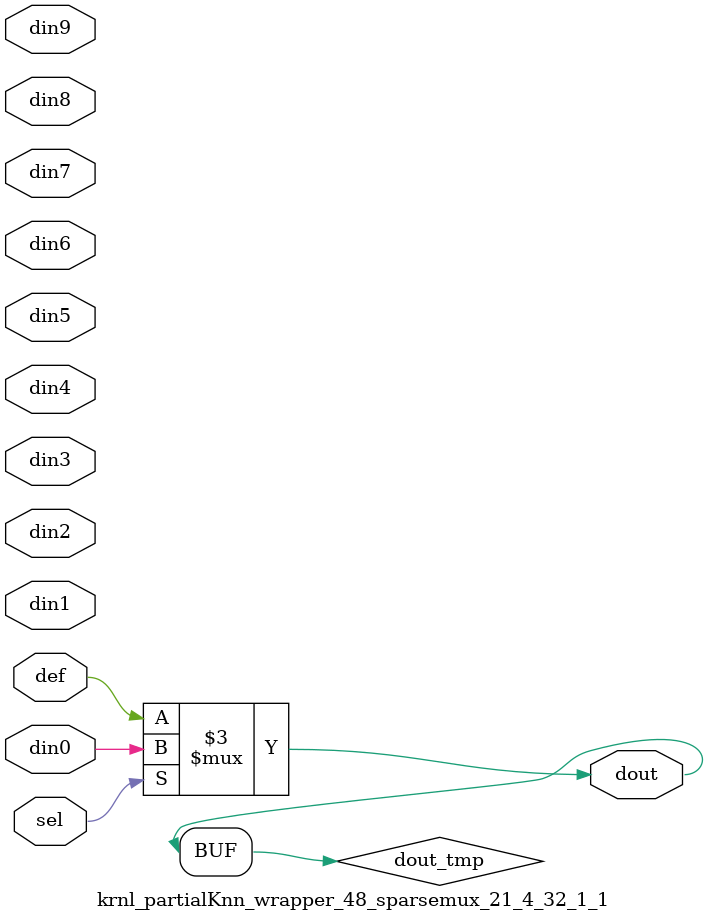
<source format=v>
`timescale 1ns / 1ps

module krnl_partialKnn_wrapper_48_sparsemux_21_4_32_1_1 (din0,din1,din2,din3,din4,din5,din6,din7,din8,din9,def,sel,dout);

parameter din0_WIDTH = 1;

parameter din1_WIDTH = 1;

parameter din2_WIDTH = 1;

parameter din3_WIDTH = 1;

parameter din4_WIDTH = 1;

parameter din5_WIDTH = 1;

parameter din6_WIDTH = 1;

parameter din7_WIDTH = 1;

parameter din8_WIDTH = 1;

parameter din9_WIDTH = 1;

parameter def_WIDTH = 1;
parameter sel_WIDTH = 1;
parameter dout_WIDTH = 1;

parameter [sel_WIDTH-1:0] CASE0 = 1;

parameter [sel_WIDTH-1:0] CASE1 = 1;

parameter [sel_WIDTH-1:0] CASE2 = 1;

parameter [sel_WIDTH-1:0] CASE3 = 1;

parameter [sel_WIDTH-1:0] CASE4 = 1;

parameter [sel_WIDTH-1:0] CASE5 = 1;

parameter [sel_WIDTH-1:0] CASE6 = 1;

parameter [sel_WIDTH-1:0] CASE7 = 1;

parameter [sel_WIDTH-1:0] CASE8 = 1;

parameter [sel_WIDTH-1:0] CASE9 = 1;

parameter ID = 1;
parameter NUM_STAGE = 1;



input [din0_WIDTH-1:0] din0;

input [din1_WIDTH-1:0] din1;

input [din2_WIDTH-1:0] din2;

input [din3_WIDTH-1:0] din3;

input [din4_WIDTH-1:0] din4;

input [din5_WIDTH-1:0] din5;

input [din6_WIDTH-1:0] din6;

input [din7_WIDTH-1:0] din7;

input [din8_WIDTH-1:0] din8;

input [din9_WIDTH-1:0] din9;

input [def_WIDTH-1:0] def;
input [sel_WIDTH-1:0] sel;

output [dout_WIDTH-1:0] dout;



reg [dout_WIDTH-1:0] dout_tmp;

always @ (*) begin
case (sel)
    
    CASE0 : dout_tmp = din0;
    
    CASE1 : dout_tmp = din1;
    
    CASE2 : dout_tmp = din2;
    
    CASE3 : dout_tmp = din3;
    
    CASE4 : dout_tmp = din4;
    
    CASE5 : dout_tmp = din5;
    
    CASE6 : dout_tmp = din6;
    
    CASE7 : dout_tmp = din7;
    
    CASE8 : dout_tmp = din8;
    
    CASE9 : dout_tmp = din9;
    
    default : dout_tmp = def;
endcase
end


assign dout = dout_tmp;



endmodule

</source>
